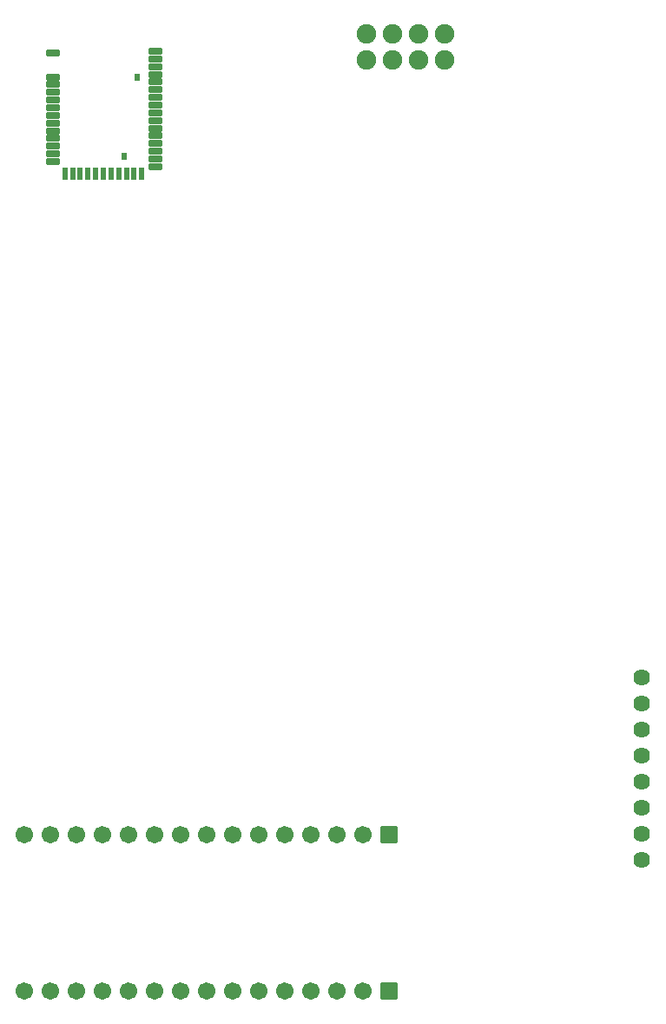
<source format=gts>
G04 Layer: TopSolderMaskLayer*
G04 EasyEDA v6.5.42, 2024-05-28 01:04:16*
G04 864da046108442dba22ddf06c26b1ed7,510c7b70758e4c7f89447156c1b3190b,10*
G04 Gerber Generator version 0.2*
G04 Scale: 100 percent, Rotated: No, Reflected: No *
G04 Dimensions in millimeters *
G04 leading zeros omitted , absolute positions ,4 integer and 5 decimal *
%FSLAX45Y45*%
%MOMM*%

%AMMACRO1*1,1,$1,$2,$3*1,1,$1,$4,$5*1,1,$1,0-$2,0-$3*1,1,$1,0-$4,0-$5*20,1,$1,$2,$3,$4,$5,0*20,1,$1,$4,$5,0-$2,0-$3,0*20,1,$1,0-$2,0-$3,0-$4,0-$5,0*20,1,$1,0-$4,0-$5,$2,$3,0*4,1,4,$2,$3,$4,$5,0-$2,0-$3,0-$4,0-$5,$2,$3,0*%
%ADD10C,1.6240*%
%ADD11MACRO1,0.1016X-0.8X0.8X0.8X0.8*%
%ADD12C,1.7016*%
%ADD13C,1.9016*%
%ADD14MACRO1,0.1016X-0.5999X0.2499X0.5999X0.2499*%
%ADD15R,0.6015X1.3015*%
%ADD16R,0.5017X0.7015*%

%LPD*%
D10*
G01*
X6438900Y3289300D03*
G01*
X6438900Y3035300D03*
G01*
X6438900Y2781300D03*
G01*
X6438900Y2527300D03*
G01*
X6438900Y2273300D03*
G01*
X6438900Y2019300D03*
G01*
X6438900Y1765300D03*
G01*
X6438900Y1511300D03*
D11*
G01*
X3977995Y1761998D03*
D12*
G01*
X3723995Y237997D03*
G01*
X3215944Y237947D03*
G01*
X2707944Y237947D03*
G01*
X2199944Y237947D03*
G01*
X1691944Y237947D03*
G01*
X1183944Y237947D03*
G01*
X675944Y237947D03*
G01*
X421995Y1761997D03*
G01*
X930046Y1761947D03*
G01*
X1438046Y1761947D03*
G01*
X1946046Y1761947D03*
G01*
X2454046Y1761947D03*
G01*
X2962046Y1761947D03*
G01*
X3470046Y1761947D03*
G01*
X3723995Y1761997D03*
G01*
X3215995Y1761997D03*
G01*
X2707995Y1761997D03*
G01*
X2199995Y1761997D03*
G01*
X1691995Y1761997D03*
G01*
X1183995Y1761997D03*
G01*
X675995Y1761997D03*
G01*
X421995Y237997D03*
G01*
X929995Y237997D03*
G01*
X1437995Y237997D03*
G01*
X1945995Y237997D03*
G01*
X2453995Y237997D03*
G01*
X2961995Y237997D03*
G01*
X3469995Y237997D03*
D11*
G01*
X3977995Y237998D03*
D13*
G01*
X3759200Y9563100D03*
G01*
X4013200Y9563100D03*
G01*
X4267200Y9563100D03*
G01*
X4521200Y9563100D03*
G01*
X4521200Y9309100D03*
G01*
X4267200Y9309100D03*
G01*
X4013200Y9309100D03*
G01*
X3759200Y9309100D03*
D14*
G01*
X699998Y9379991D03*
G01*
X699998Y9147479D03*
G01*
X699998Y9072473D03*
G01*
X699998Y8997492D03*
G01*
X699998Y8922486D03*
G01*
X699998Y8847480D03*
G01*
X699998Y8772474D03*
G01*
X699998Y8697493D03*
G01*
X699998Y8622487D03*
G01*
X699998Y8547480D03*
G01*
X699998Y8472474D03*
G01*
X699998Y8397494D03*
G01*
X699998Y8322487D03*
D15*
G01*
X815009Y8199983D03*
G01*
X889990Y8199983D03*
G01*
X964996Y8199983D03*
G01*
X1040003Y8199983D03*
G01*
X1115009Y8199983D03*
G01*
X1189989Y8199983D03*
G01*
X1264996Y8199983D03*
G01*
X1340002Y8199983D03*
G01*
X1415008Y8199983D03*
G01*
X1489989Y8199983D03*
G01*
X1564995Y8199983D03*
D14*
G01*
X1699996Y8272475D03*
G01*
X1699996Y8347481D03*
G01*
X1699996Y8422487D03*
G01*
X1699996Y8497493D03*
G01*
X1699996Y8572474D03*
G01*
X1699996Y8647480D03*
G01*
X1699996Y8722487D03*
G01*
X1699996Y8797493D03*
G01*
X1699996Y8872474D03*
G01*
X1699996Y8947480D03*
G01*
X1699996Y9022486D03*
G01*
X1699996Y9097492D03*
G01*
X1699996Y9172473D03*
G01*
X1699996Y9247479D03*
G01*
X1699996Y9322485D03*
G01*
X1699996Y9397492D03*
D16*
G01*
X1519986Y9144990D03*
G01*
X1389989Y8374989D03*
M02*

</source>
